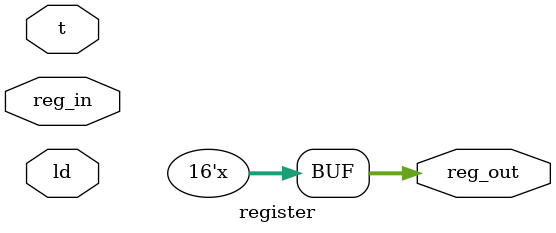
<source format=v>
`timescale 1ns / 1ps

module register(reg_in, ld, t, reg_out);  // 16 bit registers! , ld for load, and t for transfer
	reg [15:0] reg_data; // data in register
	input ld, t;
	input [15:0] reg_in;
	output [15:0] reg_out;
	reg [15:0] reg_out ;
	
	always @(*)
		begin
			if(ld == 1)
				reg_data <= reg_in;
			//else assign reg_data = reg_data;
			
			if(t == 1)
				reg_out <= reg_data;
			//else assign reg_data = reg_data;
			
			
		end

endmodule

</source>
